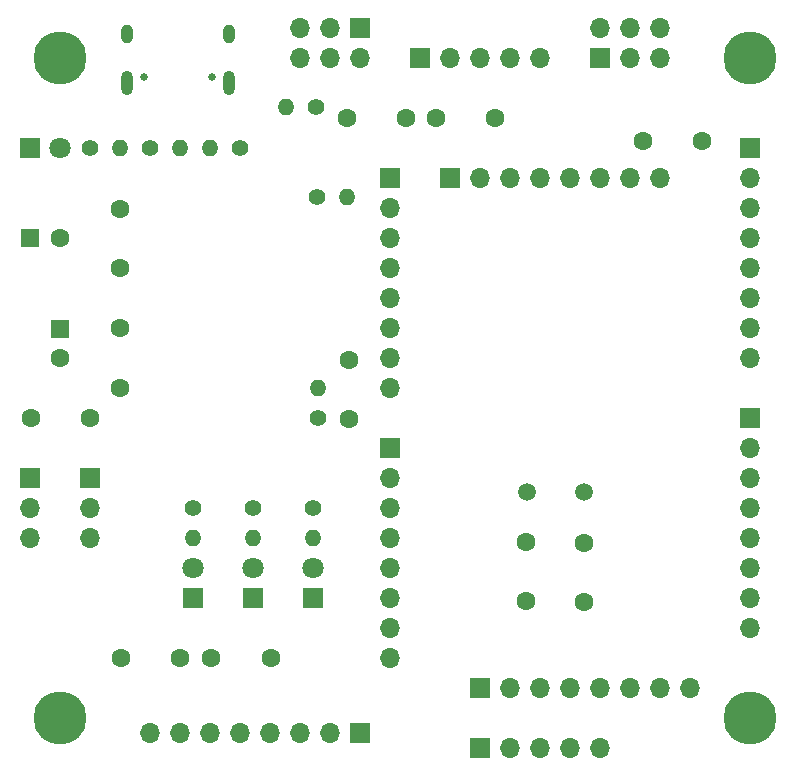
<source format=gbs>
G04 #@! TF.GenerationSoftware,KiCad,Pcbnew,7.0.7*
G04 #@! TF.CreationDate,2023-10-10T22:42:23+09:00*
G04 #@! TF.ProjectId,Pixy-mega128,41544d65-6761-4313-9238-4475696e6f2e,rev?*
G04 #@! TF.SameCoordinates,Original*
G04 #@! TF.FileFunction,Soldermask,Bot*
G04 #@! TF.FilePolarity,Negative*
%FSLAX46Y46*%
G04 Gerber Fmt 4.6, Leading zero omitted, Abs format (unit mm)*
G04 Created by KiCad (PCBNEW 7.0.7) date 2023-10-10 22:42:23*
%MOMM*%
%LPD*%
G01*
G04 APERTURE LIST*
%ADD10C,1.400000*%
%ADD11O,1.400000X1.400000*%
%ADD12C,4.500000*%
%ADD13R,1.700000X1.700000*%
%ADD14O,1.700000X1.700000*%
%ADD15C,1.600000*%
%ADD16R,1.800000X1.800000*%
%ADD17C,1.800000*%
%ADD18R,1.600000X1.600000*%
%ADD19C,1.500000*%
%ADD20C,0.650000*%
%ADD21O,1.000000X2.100000*%
%ADD22O,1.000000X1.600000*%
G04 APERTURE END LIST*
D10*
G04 #@! TO.C,R7*
X44688114Y-34598021D03*
D11*
X47228114Y-34598021D03*
G04 #@! TD*
D12*
G04 #@! TO.C,REF4*
X81280000Y-78740000D03*
G04 #@! TD*
D13*
G04 #@! TO.C,J3*
X81280000Y-30480000D03*
D14*
X81280000Y-33020000D03*
X81280000Y-35560000D03*
X81280000Y-38100000D03*
X81280000Y-40640000D03*
X81280000Y-43180000D03*
X81280000Y-45720000D03*
X81280000Y-48260000D03*
G04 #@! TD*
D13*
G04 #@! TO.C,J4*
X50800000Y-55880000D03*
D14*
X50800000Y-58420000D03*
X50800000Y-60960000D03*
X50800000Y-63500000D03*
X50800000Y-66040000D03*
X50800000Y-68580000D03*
X50800000Y-71120000D03*
X50800000Y-73660000D03*
G04 #@! TD*
D15*
G04 #@! TO.C,C1*
X52221606Y-27891503D03*
X47221606Y-27891503D03*
G04 #@! TD*
D16*
G04 #@! TO.C,D3*
X39198295Y-68580000D03*
D17*
X39198295Y-66040000D03*
G04 #@! TD*
D15*
G04 #@! TO.C,C10*
X35720000Y-73660000D03*
X40720000Y-73660000D03*
G04 #@! TD*
G04 #@! TO.C,C2*
X67284504Y-63849460D03*
X67284504Y-68849460D03*
G04 #@! TD*
D10*
G04 #@! TO.C,R9*
X30480000Y-30480000D03*
D11*
X33020000Y-30480000D03*
G04 #@! TD*
D10*
G04 #@! TO.C,R8*
X38100000Y-30480000D03*
D11*
X35560000Y-30480000D03*
G04 #@! TD*
D13*
G04 #@! TO.C,J14*
X68580000Y-22860000D03*
D14*
X68580000Y-20320000D03*
X71120000Y-22860000D03*
X71120000Y-20320000D03*
X73660000Y-22860000D03*
X73660000Y-20320000D03*
G04 #@! TD*
D12*
G04 #@! TO.C,REF1*
X22860000Y-22860000D03*
G04 #@! TD*
D15*
G04 #@! TO.C,C6*
X59720530Y-27922545D03*
X54720530Y-27922545D03*
G04 #@! TD*
D13*
G04 #@! TO.C,J1*
X48260000Y-20320000D03*
D14*
X48260000Y-22860000D03*
X45720000Y-20320000D03*
X45720000Y-22860000D03*
X43180000Y-20320000D03*
X43180000Y-22860000D03*
G04 #@! TD*
D18*
G04 #@! TO.C,C8*
X20360000Y-38100000D03*
D15*
X22860000Y-38100000D03*
G04 #@! TD*
D16*
G04 #@! TO.C,D1*
X20320000Y-30480000D03*
D17*
X22860000Y-30480000D03*
G04 #@! TD*
D15*
G04 #@! TO.C,C11*
X77270653Y-29851592D03*
X72270653Y-29851592D03*
G04 #@! TD*
G04 #@! TO.C,C3*
X62388252Y-63830700D03*
X62388252Y-68830700D03*
G04 #@! TD*
G04 #@! TO.C,C12*
X47356001Y-53359149D03*
X47356001Y-48359149D03*
G04 #@! TD*
D13*
G04 #@! TO.C,J10*
X48278264Y-79983973D03*
D14*
X45738264Y-79983973D03*
X43198264Y-79983973D03*
X40658264Y-79983973D03*
X38118264Y-79983973D03*
X35578264Y-79983973D03*
X33038264Y-79983973D03*
X30498264Y-79983973D03*
G04 #@! TD*
D16*
G04 #@! TO.C,D2*
X34118295Y-68580000D03*
D17*
X34118295Y-66040000D03*
G04 #@! TD*
D10*
G04 #@! TO.C,R6*
X44278295Y-60960000D03*
D11*
X44278295Y-63500000D03*
G04 #@! TD*
D10*
G04 #@! TO.C,R5*
X39198295Y-60960000D03*
D11*
X39198295Y-63500000D03*
G04 #@! TD*
D13*
G04 #@! TO.C,J7*
X50800000Y-33020000D03*
D14*
X50800000Y-35560000D03*
X50800000Y-38100000D03*
X50800000Y-40640000D03*
X50800000Y-43180000D03*
X50800000Y-45720000D03*
X50800000Y-48260000D03*
X50800000Y-50800000D03*
G04 #@! TD*
D19*
G04 #@! TO.C,Y1*
X62393884Y-59583529D03*
X67293884Y-59583529D03*
G04 #@! TD*
D12*
G04 #@! TO.C,REF2*
X81280000Y-22860000D03*
G04 #@! TD*
D20*
G04 #@! TO.C,J11*
X35782550Y-24416830D03*
X30002550Y-24416830D03*
D21*
X37212550Y-24946830D03*
D22*
X37212550Y-20766830D03*
D21*
X28572550Y-24946830D03*
D22*
X28572550Y-20766830D03*
G04 #@! TD*
D10*
G04 #@! TO.C,R2*
X25400000Y-30480000D03*
D11*
X27940000Y-30480000D03*
G04 #@! TD*
D16*
G04 #@! TO.C,D4*
X44278295Y-68580000D03*
D17*
X44278295Y-66040000D03*
G04 #@! TD*
D13*
G04 #@! TO.C,J12*
X25400000Y-58420000D03*
D14*
X25400000Y-60960000D03*
X25400000Y-63500000D03*
G04 #@! TD*
D13*
G04 #@! TO.C,J8*
X55880000Y-33020000D03*
D14*
X58420000Y-33020000D03*
X60960000Y-33020000D03*
X63500000Y-33020000D03*
X66040000Y-33020000D03*
X68580000Y-33020000D03*
X71120000Y-33020000D03*
X73660000Y-33020000D03*
G04 #@! TD*
D15*
G04 #@! TO.C,C7*
X33020000Y-73660000D03*
X28020000Y-73660000D03*
G04 #@! TD*
D10*
G04 #@! TO.C,R3*
X44755223Y-53328337D03*
D11*
X44755223Y-50788337D03*
G04 #@! TD*
D15*
G04 #@! TO.C,C9*
X27940000Y-35640000D03*
X27940000Y-40640000D03*
G04 #@! TD*
D13*
G04 #@! TO.C,J9*
X58420000Y-81280000D03*
D14*
X60960000Y-81280000D03*
X63500000Y-81280000D03*
X66040000Y-81280000D03*
X68580000Y-81280000D03*
G04 #@! TD*
D13*
G04 #@! TO.C,J2*
X53340000Y-22860000D03*
D14*
X55880000Y-22860000D03*
X58420000Y-22860000D03*
X60960000Y-22860000D03*
X63500000Y-22860000D03*
G04 #@! TD*
D13*
G04 #@! TO.C,J6*
X58420000Y-76200000D03*
D14*
X60960000Y-76200000D03*
X63500000Y-76200000D03*
X66040000Y-76200000D03*
X68580000Y-76200000D03*
X71120000Y-76200000D03*
X73660000Y-76200000D03*
X76200000Y-76200000D03*
G04 #@! TD*
D10*
G04 #@! TO.C,R4*
X34118295Y-60960000D03*
D11*
X34118295Y-63500000D03*
G04 #@! TD*
D10*
G04 #@! TO.C,R1*
X44569622Y-26950914D03*
D11*
X42029622Y-26950914D03*
G04 #@! TD*
D13*
G04 #@! TO.C,J5*
X81280000Y-53340000D03*
D14*
X81280000Y-55880000D03*
X81280000Y-58420000D03*
X81280000Y-60960000D03*
X81280000Y-63500000D03*
X81280000Y-66040000D03*
X81280000Y-68580000D03*
X81280000Y-71120000D03*
G04 #@! TD*
D15*
G04 #@! TO.C,C13*
X20400000Y-53340000D03*
X25400000Y-53340000D03*
G04 #@! TD*
D18*
G04 #@! TO.C,C4*
X22860000Y-45760000D03*
D15*
X22860000Y-48260000D03*
G04 #@! TD*
D12*
G04 #@! TO.C,REF3*
X22860000Y-78740000D03*
G04 #@! TD*
D13*
G04 #@! TO.C,J13*
X20320000Y-58420000D03*
D14*
X20320000Y-60960000D03*
X20320000Y-63500000D03*
G04 #@! TD*
D15*
G04 #@! TO.C,C5*
X27940000Y-50720000D03*
X27940000Y-45720000D03*
G04 #@! TD*
M02*

</source>
